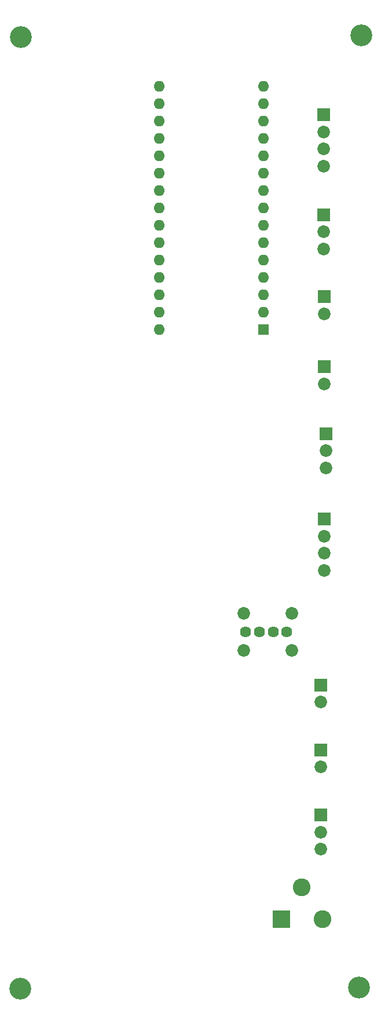
<source format=gbr>
G04 #@! TF.FileFunction,Soldermask,Bot*
%FSLAX46Y46*%
G04 Gerber Fmt 4.6, Leading zero omitted, Abs format (unit mm)*
G04 Created by KiCad (PCBNEW 4.0.7-e2-6376~58~ubuntu16.04.1) date Mon Oct  9 01:06:08 2017*
%MOMM*%
%LPD*%
G01*
G04 APERTURE LIST*
%ADD10C,0.100000*%
%ADD11R,1.600000X1.600000*%
%ADD12O,1.600000X1.600000*%
%ADD13R,2.600000X2.600000*%
%ADD14C,2.600000*%
%ADD15R,1.850000X1.850000*%
%ADD16C,1.850000*%
%ADD17C,1.620000*%
%ADD18C,3.200000*%
G04 APERTURE END LIST*
D10*
D11*
X99600000Y-74600000D03*
D12*
X84360000Y-41580000D03*
X99600000Y-72060000D03*
X84360000Y-44120000D03*
X99600000Y-69520000D03*
X84360000Y-46660000D03*
X99600000Y-66980000D03*
X84360000Y-49200000D03*
X99600000Y-64440000D03*
X84360000Y-51740000D03*
X99600000Y-61900000D03*
X84360000Y-54280000D03*
X99600000Y-59360000D03*
X84360000Y-56820000D03*
X99600000Y-56820000D03*
X84360000Y-59360000D03*
X99600000Y-54280000D03*
X84360000Y-61900000D03*
X99600000Y-51740000D03*
X84360000Y-64440000D03*
X99600000Y-49200000D03*
X84360000Y-66980000D03*
X99600000Y-46660000D03*
X84360000Y-69520000D03*
X99600000Y-44120000D03*
X84360000Y-72060000D03*
X99600000Y-41580000D03*
X84360000Y-74600000D03*
X99600000Y-39040000D03*
X84360000Y-39040000D03*
D13*
X102200000Y-160800000D03*
D14*
X108200000Y-160800000D03*
X105200000Y-156100000D03*
D15*
X107950000Y-136050000D03*
D16*
X107950000Y-138550000D03*
D15*
X107950000Y-126550000D03*
D16*
X107950000Y-129050000D03*
D15*
X107950000Y-145550000D03*
D16*
X107950000Y-148050000D03*
X107950000Y-150550000D03*
D15*
X108450000Y-69800000D03*
D16*
X108450000Y-72300000D03*
D15*
X108450000Y-80050000D03*
D16*
X108450000Y-82550000D03*
D15*
X108700000Y-89800000D03*
D16*
X108700000Y-92300000D03*
X108700000Y-94800000D03*
D15*
X108400000Y-57800000D03*
D16*
X108400000Y-60300000D03*
X108400000Y-62800000D03*
D15*
X108400000Y-43200000D03*
D16*
X108400000Y-45700000D03*
X108400000Y-48200000D03*
X108400000Y-50700000D03*
D15*
X108450000Y-102300000D03*
D16*
X108450000Y-104800000D03*
X108450000Y-107300000D03*
X108450000Y-109800000D03*
D17*
X103000000Y-118800000D03*
X101000000Y-118800000D03*
X99000000Y-118800000D03*
D16*
X103730000Y-121520000D03*
D17*
X97000000Y-118800000D03*
D16*
X96730000Y-121520000D03*
X103730000Y-116080000D03*
X96730000Y-116080000D03*
D18*
X64100000Y-31850000D03*
X113900000Y-31550000D03*
X113550000Y-170800000D03*
X64000000Y-170950000D03*
M02*

</source>
